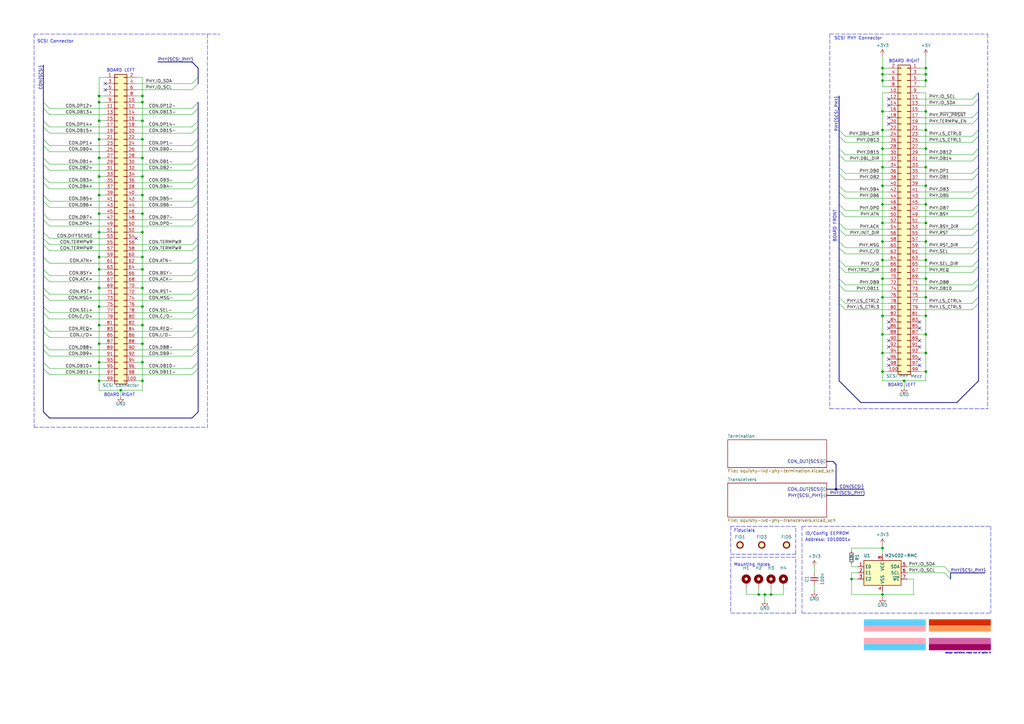
<source format=kicad_sch>
(kicad_sch (version 20231120) (generator "eeschema") (generator_version "8.0")
  (paper "A3")
  (title_block (title "Squishy - LVD PHY - Root") (date "2024-07-15") (rev "1") (company "Shrine Maiden Heavy Industries") (comment 1 "License:  CERN-OHL-S") (comment 2 "© 2024 Aki 'lethalbit' Van Ness, et. al.") (comment 4 "Squishy - SCSI Multitool"))
  (bus_alias "SCSI" (members "DB0+" "DB0-" "DB1+" "DB1-" "DB2+" "DB2-" "DB3+" "DB3-" "DB4+" "DB4-" "DB5+" "DB5-" "DB6+" "DB6-" "DB7+" "DB7-" "DB8+" "DB8-" "DB9+" "DB9-" "DB10+" "DB10-" "DB11+" "DB11-" "DB12+" "DB12-" "DB13+" "DB13-" "DB14+" "DB14-" "DB15+" "DB15-" "DP0+" "DP0-" "DP1+" "DP1-" "ATN+" "ATN-" "BSY+" "BSY-" "ACK+" "ACK-" "RST+" "RST-" "MSG+" "MSG-" "SEL+" "SEL-" "C/D+" "C/D-" "REQ+" "REQ-" "I/O+" "I/O-" "DIFFSENSE" "TERMPWR"))
  (bus_alias "SCSI_PHY" (members "DB[0..15]" "DP[0..1]" "ATN" "BSY" "ACK" "RST" "MSG" "SEL" "C/D" "REQ" "I/O" "ID_SDA" "ID_SCL" "~{PHY_PRSNT}" "TERMPW_EN" "LS_CTRL[0..5]" "DBL_DIR" "DBH_DIR" "INIT_DIR" "TRGT_DIR" "SEL_DIR" "RST_DIR" "BSY_DIR"))
  (junction (at 379.73 144.78))
  (junction (at 361.95 114.3))
  (junction (at 361.95 99.06))
  (junction (at 40.64 87.63))
  (junction (at 40.64 41.91))
  (junction (at 349.25 237.49))
  (junction (at 379.73 106.68))
  (junction (at 379.73 99.06))
  (junction (at 40.64 133.35))
  (junction (at 361.95 144.78))
  (junction (at 58.42 80.01))
  (junction (at 361.95 106.68))
  (junction (at 361.95 121.92))
  (junction (at 361.95 152.4))
  (junction (at 361.95 30.48))
  (junction (at 379.73 30.48))
  (junction (at 379.73 45.72))
  (junction (at 379.73 27.94))
  (junction (at 361.95 224.79))
  (junction (at 361.95 68.58))
  (junction (at 361.95 53.34))
  (junction (at 58.42 64.77))
  (junction (at 379.73 33.02))
  (junction (at 58.42 118.11))
  (junction (at 361.95 137.16))
  (junction (at 361.95 27.94))
  (junction (at 40.64 110.49))
  (junction (at 40.64 148.59))
  (junction (at 379.73 152.4))
  (junction (at 58.42 41.91))
  (junction (at 58.42 133.35))
  (junction (at 40.64 95.25))
  (junction (at 379.73 137.16))
  (junction (at 361.95 76.2))
  (junction (at 379.73 114.3))
  (junction (at 370.84 156.21))
  (junction (at 361.95 83.82))
  (junction (at 379.73 76.2))
  (junction (at 313.69 243.84))
  (junction (at 58.42 125.73))
  (junction (at 40.64 64.77))
  (junction (at 58.42 87.63))
  (junction (at 40.64 39.37))
  (junction (at 379.73 129.54))
  (junction (at 361.95 33.02))
  (junction (at 311.15 243.84))
  (junction (at 379.73 91.44))
  (junction (at 361.95 60.96))
  (junction (at 40.64 156.21))
  (junction (at 58.42 140.97))
  (junction (at 58.42 49.53))
  (junction (at 361.95 91.44))
  (junction (at 379.73 83.82))
  (junction (at 58.42 72.39))
  (junction (at 40.64 140.97))
  (junction (at 40.64 72.39))
  (junction (at 361.95 45.72))
  (junction (at 379.73 53.34))
  (junction (at 58.42 39.37))
  (junction (at 58.42 110.49))
  (junction (at 40.64 118.11))
  (junction (at 316.23 243.84))
  (junction (at 40.64 57.15))
  (junction (at 58.42 105.41))
  (junction (at 361.95 243.84))
  (junction (at 58.42 57.15))
  (junction (at 58.42 148.59))
  (junction (at 49.53 160.02))
  (junction (at 40.64 80.01))
  (junction (at 361.95 129.54))
  (junction (at 40.64 125.73))
  (junction (at 379.73 60.96))
  (junction (at 58.42 156.21))
  (junction (at 379.73 68.58))
  (junction (at 58.42 95.25))
  (junction (at 342.9 200.66))
  (junction (at 40.64 49.53))
  (junction (at 40.64 105.41))
  (junction (at 379.73 121.92))
  (no_connect (at 377.19 134.62))
  (no_connect (at 364.49 139.7))
  (no_connect (at 55.88 97.79))
  (no_connect (at 364.49 147.32))
  (no_connect (at 364.49 134.62))
  (no_connect (at 377.19 147.32))
  (no_connect (at 43.18 34.29))
  (no_connect (at 364.49 40.64))
  (no_connect (at 364.49 132.08))
  (no_connect (at 377.19 139.7))
  (no_connect (at 364.49 149.86))
  (no_connect (at 364.49 142.24))
  (no_connect (at 377.19 142.24))
  (no_connect (at 377.19 149.86))
  (no_connect (at 364.49 48.26))
  (no_connect (at 377.19 132.08))
  (no_connect (at 364.49 50.8))
  (no_connect (at 364.49 43.18))
  (no_connect (at 43.18 36.83))
  (bus_entry (at 401.32 76.2) (size -2.54 2.54))
  (bus_entry (at 401.32 45.72) (size -2.54 2.54))
  (bus_entry (at 17.78 44.45) (size 2.54 2.54))
  (bus_entry (at 81.28 82.55) (size -2.54 2.54))
  (bus_entry (at 401.32 53.34) (size -2.54 2.54))
  (bus_entry (at 401.32 60.96) (size -2.54 2.54))
  (bus_entry (at 17.78 135.89) (size 2.54 2.54))
  (bus_entry (at 81.28 80.01) (size -2.54 2.54))
  (bus_entry (at 17.78 74.93) (size 2.54 2.54))
  (bus_entry (at 81.28 100.33) (size -2.54 2.54))
  (bus_entry (at 81.28 64.77) (size -2.54 2.54))
  (bus_entry (at 81.28 135.89) (size -2.54 2.54))
  (bus_entry (at 17.78 95.25) (size 2.54 2.54))
  (bus_entry (at 401.32 116.84) (size -2.54 2.54))
  (bus_entry (at 389.89 234.95) (size -2.54 -2.54))
  (bus_entry (at 344.17 71.12) (size 2.54 2.54))
  (bus_entry (at 81.28 97.79) (size -2.54 2.54))
  (bus_entry (at 344.17 86.36) (size 2.54 2.54))
  (bus_entry (at 81.28 128.27) (size -2.54 2.54))
  (bus_entry (at 81.28 118.11) (size -2.54 2.54))
  (bus_entry (at 344.17 93.98) (size 2.54 2.54))
  (bus_entry (at 17.78 125.73) (size 2.54 2.54))
  (bus_entry (at 81.28 110.49) (size -2.54 2.54))
  (bus_entry (at 401.32 40.64) (size -2.54 2.54))
  (bus_entry (at 344.17 101.6) (size 2.54 2.54))
  (bus_entry (at 81.28 143.51) (size -2.54 2.54))
  (bus_entry (at 344.17 124.46) (size 2.54 2.54))
  (bus_entry (at 344.17 63.5) (size 2.54 2.54))
  (bus_entry (at 17.78 140.97) (size 2.54 2.54))
  (bus_entry (at 17.78 49.53) (size 2.54 2.54))
  (bus_entry (at 344.17 109.22) (size 2.54 2.54))
  (bus_entry (at 81.28 125.73) (size -2.54 2.54))
  (bus_entry (at 401.32 91.44) (size -2.54 2.54))
  (bus_entry (at 17.78 118.11) (size 2.54 2.54))
  (bus_entry (at 17.78 64.77) (size 2.54 2.54))
  (bus_entry (at 81.28 52.07) (size -2.54 2.54))
  (bus_entry (at 81.28 74.93) (size -2.54 2.54))
  (bus_entry (at 401.32 106.68) (size -2.54 2.54))
  (bus_entry (at 401.32 99.06) (size -2.54 2.54))
  (bus_entry (at 81.28 90.17) (size -2.54 2.54))
  (bus_entry (at 401.32 124.46) (size -2.54 2.54))
  (bus_entry (at 17.78 87.63) (size 2.54 2.54))
  (bus_entry (at 81.28 87.63) (size -2.54 2.54))
  (bus_entry (at 17.78 82.55) (size 2.54 2.54))
  (bus_entry (at 401.32 78.74) (size -2.54 2.54))
  (bus_entry (at 401.32 38.1) (size -2.54 2.54))
  (bus_entry (at 17.78 148.59) (size 2.54 2.54))
  (bus_entry (at 17.78 57.15) (size 2.54 2.54))
  (bus_entry (at 17.78 59.69) (size 2.54 2.54))
  (bus_entry (at 344.17 55.88) (size 2.54 2.54))
  (bus_entry (at 81.28 44.45) (size -2.54 2.54))
  (bus_entry (at 344.17 116.84) (size 2.54 2.54))
  (bus_entry (at 344.17 91.44) (size 2.54 2.54))
  (bus_entry (at 389.89 237.49) (size -2.54 -2.54))
  (bus_entry (at 17.78 90.17) (size 2.54 2.54))
  (bus_entry (at 401.32 83.82) (size -2.54 2.54))
  (bus_entry (at 401.32 109.22) (size -2.54 2.54))
  (bus_entry (at 81.28 59.69) (size -2.54 2.54))
  (bus_entry (at 344.17 78.74) (size 2.54 2.54))
  (bus_entry (at 17.78 113.03) (size 2.54 2.54))
  (bus_entry (at 17.78 105.41) (size 2.54 2.54))
  (bus_entry (at 81.28 113.03) (size -2.54 2.54))
  (bus_entry (at 17.78 52.07) (size 2.54 2.54))
  (bus_entry (at 17.78 110.49) (size 2.54 2.54))
  (bus_entry (at 17.78 72.39) (size 2.54 2.54))
  (bus_entry (at 81.28 120.65) (size -2.54 2.54))
  (bus_entry (at 81.28 34.29) (size -2.54 2.54))
  (bus_entry (at 81.28 57.15) (size -2.54 2.54))
  (bus_entry (at 17.78 80.01) (size 2.54 2.54))
  (bus_entry (at 344.17 121.92) (size 2.54 2.54))
  (bus_entry (at 17.78 41.91) (size 2.54 2.54))
  (bus_entry (at 81.28 41.91) (size -2.54 2.54))
  (bus_entry (at 344.17 114.3) (size 2.54 2.54))
  (bus_entry (at 17.78 151.13) (size 2.54 2.54))
  (bus_entry (at 344.17 60.96) (size 2.54 2.54))
  (bus_entry (at 401.32 63.5) (size -2.54 2.54))
  (bus_entry (at 401.32 86.36) (size -2.54 2.54))
  (bus_entry (at 81.28 31.75) (size -2.54 2.54))
  (bus_entry (at 81.28 151.13) (size -2.54 2.54))
  (bus_entry (at 81.28 72.39) (size -2.54 2.54))
  (bus_entry (at 81.28 148.59) (size -2.54 2.54))
  (bus_entry (at 17.78 97.79) (size 2.54 2.54))
  (bus_entry (at 401.32 101.6) (size -2.54 2.54))
  (bus_entry (at 17.78 100.33) (size 2.54 2.54))
  (bus_entry (at 81.28 49.53) (size -2.54 2.54))
  (bus_entry (at 401.32 93.98) (size -2.54 2.54))
  (bus_entry (at 344.17 76.2) (size 2.54 2.54))
  (bus_entry (at 401.32 121.92) (size -2.54 2.54))
  (bus_entry (at 344.17 99.06) (size 2.54 2.54))
  (bus_entry (at 17.78 120.65) (size 2.54 2.54))
  (bus_entry (at 17.78 67.31) (size 2.54 2.54))
  (bus_entry (at 17.78 128.27) (size 2.54 2.54))
  (bus_entry (at 17.78 133.35) (size 2.54 2.54))
  (bus_entry (at 401.32 114.3) (size -2.54 2.54))
  (bus_entry (at 81.28 105.41) (size -2.54 2.54))
  (bus_entry (at 344.17 106.68) (size 2.54 2.54))
  (bus_entry (at 344.17 83.82) (size 2.54 2.54))
  (bus_entry (at 81.28 67.31) (size -2.54 2.54))
  (bus_entry (at 81.28 140.97) (size -2.54 2.54))
  (bus_entry (at 401.32 48.26) (size -2.54 2.54))
  (bus_entry (at 17.78 143.51) (size 2.54 2.54))
  (bus_entry (at 344.17 68.58) (size 2.54 2.54))
  (bus_entry (at 401.32 68.58) (size -2.54 2.54))
  (bus_entry (at 401.32 71.12) (size -2.54 2.54))
  (bus_entry (at 344.17 53.34) (size 2.54 2.54))
  (bus_entry (at 81.28 133.35) (size -2.54 2.54))
  (bus_entry (at 401.32 55.88) (size -2.54 2.54))
  (wire (pts (xy 377.19 43.18) (xy 398.78 43.18)))
  (wire (pts (xy 361.95 156.21) (xy 370.84 156.21)))
  (wire (pts (xy 20.32 92.71) (xy 43.18 92.71)))
  (wire (pts (xy 20.32 67.31) (xy 43.18 67.31)))
  (wire (pts (xy 346.71 71.12) (xy 364.49 71.12)))
  (wire (pts (xy 361.95 99.06) (xy 364.49 99.06)))
  (wire (pts (xy 20.32 146.05) (xy 43.18 146.05)))
  (wire (pts (xy 55.88 156.21) (xy 58.42 156.21)))
  (bus (pts (xy 401.32 60.96) (xy 401.32 63.5)))
  (wire (pts (xy 20.32 97.79) (xy 43.18 97.79)))
  (wire (pts (xy 377.19 109.22) (xy 398.78 109.22)))
  (wire (pts (xy 55.88 31.75) (xy 58.42 31.75)))
  (wire (pts (xy 379.73 106.68) (xy 379.73 114.3)))
  (wire (pts (xy 78.74 115.57) (xy 55.88 115.57)))
  (wire (pts (xy 377.19 129.54) (xy 379.73 129.54)))
  (bus (pts (xy 344.17 101.6) (xy 344.17 106.68)))
  (wire (pts (xy 346.71 58.42) (xy 364.49 58.42)))
  (wire (pts (xy 78.74 102.87) (xy 55.88 102.87)))
  (wire (pts (xy 377.19 114.3) (xy 379.73 114.3)))
  (wire (pts (xy 55.88 57.15) (xy 58.42 57.15)))
  (bus (pts (xy 81.28 120.65) (xy 81.28 125.73)))
  (wire (pts (xy 377.19 81.28) (xy 398.78 81.28)))
  (wire (pts (xy 20.32 123.19) (xy 43.18 123.19)))
  (wire (pts (xy 58.42 87.63) (xy 58.42 95.25)))
  (bus (pts (xy 81.28 82.55) (xy 81.28 87.63)))
  (wire (pts (xy 78.74 74.93) (xy 55.88 74.93)))
  (polyline (pts (xy 299.72 228.6) (xy 299.72 251.46)) (stroke (width 0) (type dash)))
  (bus (pts (xy 17.78 95.25) (xy 17.78 97.79)))
  (wire (pts (xy 349.25 231.14) (xy 349.25 232.41)))
  (wire (pts (xy 379.73 99.06) (xy 379.73 106.68)))
  (bus (pts (xy 81.28 97.79) (xy 81.28 100.33)))
  (wire (pts (xy 361.95 68.58) (xy 364.49 68.58)))
  (bus (pts (xy 401.32 121.92) (xy 401.32 124.46)))
  (wire (pts (xy 361.95 152.4) (xy 364.49 152.4)))
  (bus (pts (xy 339.09 189.23) (xy 341.63 189.23)))
  (wire (pts (xy 20.32 62.23) (xy 43.18 62.23)))
  (bus (pts (xy 401.32 109.22) (xy 401.32 114.3)))
  (wire (pts (xy 377.19 78.74) (xy 398.78 78.74)))
  (bus (pts (xy 344.17 91.44) (xy 344.17 93.98)))
  (bus (pts (xy 401.32 86.36) (xy 401.32 91.44)))
  (wire (pts (xy 374.65 237.49) (xy 374.65 243.84)))
  (wire (pts (xy 379.73 30.48) (xy 379.73 33.02)))
  (wire (pts (xy 377.19 76.2) (xy 379.73 76.2)))
  (wire (pts (xy 55.88 110.49) (xy 58.42 110.49)))
  (bus (pts (xy 401.32 68.58) (xy 401.32 71.12)))
  (bus (pts (xy 344.17 68.58) (xy 344.17 71.12)))
  (wire (pts (xy 49.53 160.02) (xy 49.53 162.56)))
  (wire (pts (xy 55.88 41.91) (xy 58.42 41.91)))
  (wire (pts (xy 78.74 113.03) (xy 55.88 113.03)))
  (wire (pts (xy 377.19 116.84) (xy 398.78 116.84)))
  (wire (pts (xy 78.74 153.67) (xy 55.88 153.67)))
  (wire (pts (xy 78.74 62.23) (xy 55.88 62.23)))
  (bus (pts (xy 344.17 116.84) (xy 344.17 121.92)))
  (wire (pts (xy 346.71 96.52) (xy 364.49 96.52)))
  (wire (pts (xy 361.95 27.94) (xy 361.95 30.48)))
  (wire (pts (xy 43.18 57.15) (xy 40.64 57.15)))
  (wire (pts (xy 361.95 121.92) (xy 361.95 129.54)))
  (bus (pts (xy 81.28 100.33) (xy 81.28 105.41)))
  (bus (pts (xy 20.32 171.45) (xy 78.74 171.45)))
  (wire (pts (xy 377.19 101.6) (xy 398.78 101.6)))
  (wire (pts (xy 361.95 27.94) (xy 361.95 22.86)))
  (bus (pts (xy 17.78 133.35) (xy 17.78 135.89)))
  (wire (pts (xy 361.95 60.96) (xy 361.95 68.58)))
  (bus (pts (xy 81.28 118.11) (xy 81.28 120.65)))
  (wire (pts (xy 40.64 64.77) (xy 40.64 72.39)))
  (wire (pts (xy 379.73 114.3) (xy 379.73 121.92)))
  (wire (pts (xy 377.19 96.52) (xy 398.78 96.52)))
  (wire (pts (xy 20.32 69.85) (xy 43.18 69.85)))
  (wire (pts (xy 58.42 41.91) (xy 58.42 49.53)))
  (wire (pts (xy 364.49 33.02) (xy 361.95 33.02)))
  (wire (pts (xy 78.74 67.31) (xy 55.88 67.31)))
  (bus (pts (xy 17.78 120.65) (xy 17.78 125.73)))
  (bus (pts (xy 81.28 128.27) (xy 81.28 133.35)))
  (wire (pts (xy 40.64 49.53) (xy 40.64 57.15)))
  (bus (pts (xy 81.28 64.77) (xy 81.28 67.31)))
  (bus (pts (xy 401.32 40.64) (xy 401.32 45.72)))
  (wire (pts (xy 40.64 160.02) (xy 49.53 160.02)))
  (wire (pts (xy 20.32 77.47) (xy 43.18 77.47)))
  (wire (pts (xy 40.64 72.39) (xy 40.64 80.01)))
  (bus (pts (xy 81.28 59.69) (xy 81.28 64.77)))
  (wire (pts (xy 379.73 144.78) (xy 379.73 152.4)))
  (wire (pts (xy 364.49 30.48) (xy 361.95 30.48)))
  (bus (pts (xy 81.28 49.53) (xy 81.28 52.07)))
  (wire (pts (xy 377.19 99.06) (xy 379.73 99.06)))
  (bus (pts (xy 344.17 83.82) (xy 344.17 86.36)))
  (wire (pts (xy 58.42 80.01) (xy 58.42 87.63)))
  (bus (pts (xy 401.32 93.98) (xy 401.32 99.06)))
  (wire (pts (xy 43.18 95.25) (xy 40.64 95.25)))
  (wire (pts (xy 377.19 124.46) (xy 398.78 124.46)))
  (bus (pts (xy 401.32 71.12) (xy 401.32 76.2)))
  (bus (pts (xy 17.78 105.41) (xy 17.78 110.49)))
  (bus (pts (xy 81.28 27.94) (xy 81.28 31.75)))
  (bus (pts (xy 344.17 106.68) (xy 344.17 109.22)))
  (wire (pts (xy 349.25 237.49) (xy 349.25 243.84)))
  (wire (pts (xy 78.74 77.47) (xy 55.88 77.47)))
  (wire (pts (xy 78.74 85.09) (xy 55.88 85.09)))
  (wire (pts (xy 40.64 41.91) (xy 40.64 49.53)))
  (bus (pts (xy 17.78 118.11) (xy 17.78 120.65)))
  (wire (pts (xy 377.19 91.44) (xy 379.73 91.44)))
  (bus (pts (xy 401.32 63.5) (xy 401.32 68.58)))
  (wire (pts (xy 377.19 53.34) (xy 379.73 53.34)))
  (wire (pts (xy 78.74 90.17) (xy 55.88 90.17)))
  (bus (pts (xy 17.78 110.49) (xy 17.78 113.03)))
  (wire (pts (xy 313.69 243.84) (xy 316.23 243.84)))
  (wire (pts (xy 55.88 87.63) (xy 58.42 87.63)))
  (wire (pts (xy 55.88 125.73) (xy 58.42 125.73)))
  (polyline (pts (xy 340.36 13.97) (xy 340.36 167.64)) (stroke (width 0) (type dash)))
  (wire (pts (xy 361.95 38.1) (xy 361.95 45.72)))
  (wire (pts (xy 346.71 55.88) (xy 364.49 55.88)))
  (bus (pts (xy 81.28 31.75) (xy 81.28 34.29)))
  (wire (pts (xy 377.19 38.1) (xy 379.73 38.1)))
  (wire (pts (xy 316.23 241.3) (xy 316.23 243.84)))
  (wire (pts (xy 377.19 35.56) (xy 379.73 35.56)))
  (wire (pts (xy 349.25 232.41) (xy 351.79 232.41)))
  (bus (pts (xy 344.17 55.88) (xy 344.17 60.96)))
  (bus (pts (xy 354.33 200.66) (xy 342.9 200.66)))
  (wire (pts (xy 55.88 72.39) (xy 58.42 72.39)))
  (wire (pts (xy 377.19 45.72) (xy 379.73 45.72)))
  (bus (pts (xy 389.89 234.95) (xy 403.86 234.95)))
  (wire (pts (xy 58.42 49.53) (xy 58.42 57.15)))
  (wire (pts (xy 364.49 27.94) (xy 361.95 27.94)))
  (wire (pts (xy 43.18 64.77) (xy 40.64 64.77)))
  (bus (pts (xy 17.78 135.89) (xy 17.78 140.97)))
  (bus (pts (xy 344.17 78.74) (xy 344.17 83.82)))
  (wire (pts (xy 78.74 120.65) (xy 55.88 120.65)))
  (wire (pts (xy 58.42 95.25) (xy 58.42 105.41)))
  (polyline (pts (xy 13.97 13.97) (xy 13.97 175.26)) (stroke (width 0) (type dash)))
  (wire (pts (xy 43.18 110.49) (xy 40.64 110.49)))
  (wire (pts (xy 78.74 128.27) (xy 55.88 128.27)))
  (bus (pts (xy 401.32 48.26) (xy 401.32 53.34)))
  (bus (pts (xy 81.28 80.01) (xy 81.28 82.55)))
  (wire (pts (xy 58.42 156.21) (xy 58.42 160.02)))
  (polyline (pts (xy 85.09 13.97) (xy 85.09 175.26)) (stroke (width 0) (type dash)))
  (bus (pts (xy 344.17 99.06) (xy 344.17 101.6)))
  (bus (pts (xy 17.78 49.53) (xy 17.78 52.07)))
  (wire (pts (xy 55.88 118.11) (xy 58.42 118.11)))
  (wire (pts (xy 78.74 46.99) (xy 55.88 46.99)))
  (wire (pts (xy 377.19 88.9) (xy 398.78 88.9)))
  (wire (pts (xy 40.64 110.49) (xy 40.64 118.11)))
  (wire (pts (xy 361.95 83.82) (xy 361.95 91.44)))
  (wire (pts (xy 20.32 128.27) (xy 43.18 128.27)))
  (wire (pts (xy 55.88 36.83) (xy 78.74 36.83)))
  (wire (pts (xy 20.32 113.03) (xy 43.18 113.03)))
  (wire (pts (xy 55.88 105.41) (xy 58.42 105.41)))
  (wire (pts (xy 55.88 39.37) (xy 58.42 39.37)))
  (bus (pts (xy 344.17 114.3) (xy 344.17 116.84)))
  (bus (pts (xy 401.32 116.84) (xy 401.32 121.92)))
  (wire (pts (xy 398.78 50.8) (xy 377.19 50.8)))
  (wire (pts (xy 40.64 133.35) (xy 40.64 140.97)))
  (wire (pts (xy 55.88 80.01) (xy 58.42 80.01)))
  (wire (pts (xy 20.32 85.09) (xy 43.18 85.09)))
  (wire (pts (xy 58.42 140.97) (xy 58.42 148.59)))
  (wire (pts (xy 43.18 72.39) (xy 40.64 72.39)))
  (wire (pts (xy 377.19 48.26) (xy 398.78 48.26)))
  (wire (pts (xy 40.64 31.75) (xy 40.64 39.37)))
  (wire (pts (xy 346.71 104.14) (xy 364.49 104.14)))
  (bus (pts (xy 81.28 67.31) (xy 81.28 72.39)))
  (bus (pts (xy 401.32 55.88) (xy 401.32 60.96)))
  (polyline (pts (xy 326.39 251.46) (xy 326.39 228.6)) (stroke (width 0) (type dash)))
  (wire (pts (xy 361.95 33.02) (xy 361.95 35.56)))
  (bus (pts (xy 401.32 99.06) (xy 401.32 101.6)))
  (wire (pts (xy 379.73 27.94) (xy 379.73 30.48)))
  (wire (pts (xy 361.95 114.3) (xy 361.95 121.92)))
  (wire (pts (xy 361.95 91.44) (xy 361.95 99.06)))
  (wire (pts (xy 43.18 125.73) (xy 40.64 125.73)))
  (polyline (pts (xy 326.39 227.33) (xy 326.39 215.9)) (stroke (width 0) (type dash)))
  (bus (pts (xy 344.17 121.92) (xy 344.17 124.46)))
  (wire (pts (xy 364.49 38.1) (xy 361.95 38.1)))
  (wire (pts (xy 346.71 81.28) (xy 364.49 81.28)))
  (wire (pts (xy 361.95 91.44) (xy 364.49 91.44)))
  (bus (pts (xy 401.32 156.21) (xy 392.43 165.1)))
  (wire (pts (xy 361.95 106.68) (xy 364.49 106.68)))
  (wire (pts (xy 55.88 133.35) (xy 58.42 133.35)))
  (bus (pts (xy 17.78 140.97) (xy 17.78 143.51)))
  (bus (pts (xy 17.78 148.59) (xy 17.78 151.13)))
  (bus (pts (xy 81.28 135.89) (xy 81.28 140.97)))
  (wire (pts (xy 20.32 120.65) (xy 43.18 120.65)))
  (wire (pts (xy 361.95 68.58) (xy 361.95 76.2)))
  (bus (pts (xy 401.32 114.3) (xy 401.32 116.84)))
  (wire (pts (xy 346.71 93.98) (xy 364.49 93.98)))
  (wire (pts (xy 55.88 148.59) (xy 58.42 148.59)))
  (wire (pts (xy 334.01 240.03) (xy 334.01 242.57)))
  (polyline (pts (xy 328.93 251.46) (xy 406.4 251.46)) (stroke (width 0) (type dash)))
  (bus (pts (xy 342.9 190.5) (xy 342.9 200.66)))
  (polyline (pts (xy 13.97 175.26) (xy 85.09 175.26)) (stroke (width 0) (type dash)))
  (wire (pts (xy 346.71 101.6) (xy 364.49 101.6)))
  (bus (pts (xy 17.78 168.91) (xy 20.32 171.45)))
  (wire (pts (xy 377.19 55.88) (xy 398.78 55.88)))
  (polyline (pts (xy 299.72 251.46) (xy 326.39 251.46)) (stroke (width 0) (type dash)))
  (wire (pts (xy 346.71 119.38) (xy 364.49 119.38)))
  (wire (pts (xy 377.19 137.16) (xy 379.73 137.16)))
  (polyline (pts (xy 13.97 13.97) (xy 90.17 13.97)) (stroke (width 0) (type dash)))
  (wire (pts (xy 20.32 153.67) (xy 43.18 153.67)))
  (wire (pts (xy 361.95 53.34) (xy 361.95 60.96)))
  (wire (pts (xy 346.71 63.5) (xy 364.49 63.5)))
  (wire (pts (xy 361.95 76.2) (xy 364.49 76.2)))
  (bus (pts (xy 17.78 64.77) (xy 17.78 67.31)))
  (wire (pts (xy 364.49 124.46) (xy 346.71 124.46)))
  (polyline (pts (xy 328.93 215.9) (xy 406.4 215.9)) (stroke (width 0) (type dash)))
  (wire (pts (xy 43.18 80.01) (xy 40.64 80.01)))
  (wire (pts (xy 20.32 135.89) (xy 43.18 135.89)))
  (wire (pts (xy 349.25 243.84) (xy 361.95 243.84)))
  (wire (pts (xy 78.74 138.43) (xy 55.88 138.43)))
  (bus (pts (xy 17.78 100.33) (xy 17.78 105.41)))
  (bus (pts (xy 17.78 72.39) (xy 17.78 74.93)))
  (bus (pts (xy 341.63 189.23) (xy 342.9 190.5)))
  (wire (pts (xy 370.84 156.21) (xy 379.73 156.21)))
  (wire (pts (xy 20.32 100.33) (xy 43.18 100.33)))
  (polyline (pts (xy 326.39 215.9) (xy 299.72 215.9)) (stroke (width 0) (type dash)))
  (bus (pts (xy 81.28 72.39) (xy 81.28 74.93)))
  (bus (pts (xy 17.78 82.55) (xy 17.78 87.63)))
  (wire (pts (xy 364.49 127) (xy 346.71 127)))
  (bus (pts (xy 17.78 44.45) (xy 17.78 49.53)))
  (bus (pts (xy 17.78 90.17) (xy 17.78 95.25)))
  (wire (pts (xy 377.19 73.66) (xy 398.78 73.66)))
  (bus (pts (xy 17.78 52.07) (xy 17.78 57.15)))
  (bus (pts (xy 389.89 234.95) (xy 389.89 237.49)))
  (wire (pts (xy 364.49 137.16) (xy 361.95 137.16)))
  (bus (pts (xy 81.28 87.63) (xy 81.28 90.17)))
  (wire (pts (xy 55.88 34.29) (xy 78.74 34.29)))
  (bus (pts (xy 17.78 97.79) (xy 17.78 100.33)))
  (wire (pts (xy 40.64 80.01) (xy 40.64 87.63)))
  (bus (pts (xy 81.28 41.91) (xy 81.28 44.45)))
  (bus (pts (xy 17.78 87.63) (xy 17.78 90.17)))
  (bus (pts (xy 78.74 171.45) (xy 81.28 168.91)))
  (bus (pts (xy 81.28 57.15) (xy 81.28 59.69)))
  (bus (pts (xy 344.17 109.22) (xy 344.17 114.3)))
  (wire (pts (xy 377.19 104.14) (xy 398.78 104.14)))
  (bus (pts (xy 17.78 113.03) (xy 17.78 118.11)))
  (wire (pts (xy 78.74 92.71) (xy 55.88 92.71)))
  (wire (pts (xy 377.19 30.48) (xy 379.73 30.48)))
  (wire (pts (xy 58.42 57.15) (xy 58.42 64.77)))
  (bus (pts (xy 344.17 86.36) (xy 344.17 91.44)))
  (wire (pts (xy 346.71 116.84) (xy 364.49 116.84)))
  (wire (pts (xy 55.88 140.97) (xy 58.42 140.97)))
  (bus (pts (xy 401.32 53.34) (xy 401.32 55.88)))
  (bus (pts (xy 78.74 25.4) (xy 81.28 27.94)))
  (wire (pts (xy 58.42 31.75) (xy 58.42 39.37)))
  (bus (pts (xy 81.28 90.17) (xy 81.28 97.79)))
  (bus (pts (xy 344.17 60.96) (xy 344.17 63.5)))
  (bus (pts (xy 353.06 165.1) (xy 392.43 165.1)))
  (wire (pts (xy 20.32 138.43) (xy 43.18 138.43)))
  (wire (pts (xy 377.19 68.58) (xy 379.73 68.58)))
  (wire (pts (xy 20.32 82.55) (xy 43.18 82.55)))
  (wire (pts (xy 58.42 118.11) (xy 58.42 125.73)))
  (wire (pts (xy 40.64 118.11) (xy 40.64 125.73)))
  (wire (pts (xy 377.19 121.92) (xy 379.73 121.92)))
  (wire (pts (xy 40.64 156.21) (xy 40.64 160.02)))
  (wire (pts (xy 361.95 242.57) (xy 361.95 243.84)))
  (wire (pts (xy 20.32 115.57) (xy 43.18 115.57)))
  (wire (pts (xy 55.88 95.25) (xy 58.42 95.25)))
  (polyline (pts (xy 299.72 227.33) (xy 326.39 227.33)) (stroke (width 0) (type dash)))
  (bus (pts (xy 17.78 41.91) (xy 17.78 44.45)))
  (wire (pts (xy 361.95 76.2) (xy 361.95 83.82)))
  (wire (pts (xy 364.49 144.78) (xy 361.95 144.78)))
  (wire (pts (xy 311.15 241.3) (xy 311.15 243.84)))
  (wire (pts (xy 78.74 59.69) (xy 55.88 59.69)))
  (wire (pts (xy 78.74 146.05) (xy 55.88 146.05)))
  (wire (pts (xy 306.07 241.3) (xy 306.07 243.84)))
  (wire (pts (xy 78.74 130.81) (xy 55.88 130.81)))
  (wire (pts (xy 78.74 151.13) (xy 55.88 151.13)))
  (bus (pts (xy 81.28 125.73) (xy 81.28 128.27)))
  (wire (pts (xy 311.15 243.84) (xy 313.69 243.84)))
  (wire (pts (xy 40.64 148.59) (xy 40.64 156.21)))
  (wire (pts (xy 321.31 241.3) (xy 321.31 243.84)))
  (wire (pts (xy 361.95 137.16) (xy 361.95 144.78)))
  (wire (pts (xy 346.71 66.04) (xy 364.49 66.04)))
  (wire (pts (xy 58.42 148.59) (xy 58.42 156.21)))
  (wire (pts (xy 361.95 83.82) (xy 364.49 83.82)))
  (bus (pts (xy 344.17 63.5) (xy 344.17 68.58)))
  (wire (pts (xy 379.73 129.54) (xy 379.73 137.16)))
  (wire (pts (xy 349.25 224.79) (xy 349.25 226.06)))
  (wire (pts (xy 43.18 87.63) (xy 40.64 87.63)))
  (wire (pts (xy 379.73 137.16) (xy 379.73 144.78)))
  (wire (pts (xy 377.19 40.64) (xy 398.78 40.64)))
  (wire (pts (xy 361.95 223.52) (xy 361.95 224.79)))
  (wire (pts (xy 40.64 140.97) (xy 40.64 148.59)))
  (wire (pts (xy 361.95 60.96) (xy 364.49 60.96)))
  (wire (pts (xy 78.74 69.85) (xy 55.88 69.85)))
  (wire (pts (xy 377.19 111.76) (xy 398.78 111.76)))
  (wire (pts (xy 20.32 54.61) (xy 43.18 54.61)))
  (wire (pts (xy 364.49 129.54) (xy 361.95 129.54)))
  (wire (pts (xy 346.71 73.66) (xy 364.49 73.66)))
  (bus (pts (xy 81.28 110.49) (xy 81.28 113.03)))
  (bus (pts (xy 344.17 71.12) (xy 344.17 76.2)))
  (bus (pts (xy 344.17 156.21) (xy 353.06 165.1)))
  (wire (pts (xy 377.19 63.5) (xy 398.78 63.5)))
  (wire (pts (xy 58.42 39.37) (xy 58.42 41.91)))
  (wire (pts (xy 372.11 234.95) (xy 387.35 234.95)))
  (wire (pts (xy 78.74 123.19) (xy 55.88 123.19)))
  (bus (pts (xy 401.32 45.72) (xy 401.32 48.26)))
  (wire (pts (xy 349.25 234.95) (xy 349.25 237.49)))
  (bus (pts (xy 81.28 151.13) (xy 81.28 168.91)))
  (wire (pts (xy 370.84 156.21) (xy 370.84 158.75)))
  (wire (pts (xy 346.71 78.74) (xy 364.49 78.74)))
  (wire (pts (xy 20.32 90.17) (xy 43.18 90.17)))
  (wire (pts (xy 20.32 74.93) (xy 43.18 74.93)))
  (bus (pts (xy 344.17 39.37) (xy 344.17 53.34)))
  (wire (pts (xy 379.73 121.92) (xy 379.73 129.54)))
  (wire (pts (xy 43.18 31.75) (xy 40.64 31.75)))
  (wire (pts (xy 379.73 53.34) (xy 379.73 60.96)))
  (wire (pts (xy 377.19 106.68) (xy 379.73 106.68)))
  (wire (pts (xy 377.19 33.02) (xy 379.73 33.02)))
  (wire (pts (xy 58.42 72.39) (xy 58.42 80.01)))
  (wire (pts (xy 40.64 105.41) (xy 43.18 105.41)))
  (wire (pts (xy 78.74 143.51) (xy 55.88 143.51)))
  (wire (pts (xy 313.69 243.84) (xy 313.69 246.38)))
  (wire (pts (xy 40.64 125.73) (xy 40.64 133.35)))
  (wire (pts (xy 40.64 156.21) (xy 43.18 156.21)))
  (bus (pts (xy 17.78 125.73) (xy 17.78 128.27)))
  (wire (pts (xy 306.07 243.84) (xy 311.15 243.84)))
  (bus (pts (xy 81.28 44.45) (xy 81.28 49.53)))
  (wire (pts (xy 349.25 234.95) (xy 351.79 234.95)))
  (wire (pts (xy 346.71 88.9) (xy 364.49 88.9)))
  (bus (pts (xy 17.78 57.15) (xy 17.78 59.69)))
  (bus (pts (xy 344.17 53.34) (xy 344.17 55.88)))
  (polyline (pts (xy 340.36 13.97) (xy 405.13 13.97)) (stroke (width 0) (type dash)))
  (wire (pts (xy 346.71 109.22) (xy 364.49 109.22)))
  (wire (pts (xy 43.18 118.11) (xy 40.64 118.11)))
  (bus (pts (xy 344.17 76.2) (xy 344.17 78.74)))
  (wire (pts (xy 346.71 86.36) (xy 364.49 86.36)))
  (wire (pts (xy 379.73 27.94) (xy 379.73 22.86)))
  (bus (pts (xy 81.28 133.35) (xy 81.28 135.89)))
  (wire (pts (xy 78.74 44.45) (xy 55.88 44.45)))
  (wire (pts (xy 20.32 102.87) (xy 43.18 102.87)))
  (wire (pts (xy 377.19 93.98) (xy 398.78 93.98)))
  (wire (pts (xy 349.25 237.49) (xy 351.79 237.49)))
  (wire (pts (xy 78.74 100.33) (xy 55.88 100.33)))
  (wire (pts (xy 364.49 45.72) (xy 361.95 45.72)))
  (bus (pts (xy 17.78 26.67) (xy 17.78 41.91)))
  (wire (pts (xy 377.19 66.04) (xy 398.78 66.04)))
  (wire (pts (xy 379.73 68.58) (xy 379.73 76.2)))
  (bus (pts (xy 344.17 124.46) (xy 344.17 156.21)))
  (bus (pts (xy 401.32 91.44) (xy 401.32 93.98)))
  (wire (pts (xy 364.49 53.34) (xy 361.95 53.34)))
  (wire (pts (xy 379.73 60.96) (xy 379.73 68.58)))
  (bus (pts (xy 342.9 200.66) (xy 339.09 200.66)))
  (wire (pts (xy 20.32 46.99) (xy 43.18 46.99)))
  (wire (pts (xy 43.18 41.91) (xy 40.64 41.91)))
  (bus (pts (xy 401.32 106.68) (xy 401.32 109.22)))
  (wire (pts (xy 379.73 83.82) (xy 379.73 91.44)))
  (bus (pts (xy 17.78 67.31) (xy 17.78 72.39)))
  (wire (pts (xy 377.19 27.94) (xy 379.73 27.94)))
  (wire (pts (xy 20.32 143.51) (xy 43.18 143.51)))
  (wire (pts (xy 361.95 243.84) (xy 374.65 243.84)))
  (wire (pts (xy 58.42 133.35) (xy 58.42 140.97)))
  (wire (pts (xy 361.95 243.84) (xy 361.95 245.11)))
  (wire (pts (xy 40.64 148.59) (xy 43.18 148.59)))
  (wire (pts (xy 377.19 86.36) (xy 398.78 86.36)))
  (bus (pts (xy 17.78 74.93) (xy 17.78 80.01)))
  (wire (pts (xy 379.73 76.2) (xy 379.73 83.82)))
  (bus (pts (xy 81.28 148.59) (xy 81.28 151.13)))
  (wire (pts (xy 377.19 60.96) (xy 379.73 60.96)))
  (bus (pts (xy 17.78 151.13) (xy 17.78 168.91)))
  (wire (pts (xy 349.25 224.79) (xy 361.95 224.79)))
  (bus (pts (xy 81.28 52.07) (xy 81.28 57.15)))
  (wire (pts (xy 40.64 105.41) (xy 40.64 110.49)))
  (polyline (pts (xy 328.93 215.9) (xy 328.93 251.46)) (stroke (width 0) (type dash)))
  (bus (pts (xy 401.32 124.46) (xy 401.32 156.21)))
  (wire (pts (xy 377.19 127) (xy 398.78 127)))
  (wire (pts (xy 377.19 71.12) (xy 398.78 71.12)))
  (wire (pts (xy 20.32 44.45) (xy 43.18 44.45)))
  (wire (pts (xy 40.64 39.37) (xy 40.64 41.91)))
  (wire (pts (xy 58.42 110.49) (xy 58.42 118.11)))
  (wire (pts (xy 377.19 58.42) (xy 398.78 58.42)))
  (wire (pts (xy 346.71 111.76) (xy 364.49 111.76)))
  (bus (pts (xy 17.78 80.01) (xy 17.78 82.55)))
  (wire (pts (xy 361.95 45.72) (xy 361.95 53.34)))
  (wire (pts (xy 361.95 152.4) (xy 361.95 156.21)))
  (polyline (pts (xy 406.4 215.9) (xy 406.4 251.46)) (stroke (width 0) (type dash)))
  (wire (pts (xy 364.49 121.92) (xy 361.95 121.92)))
  (wire (pts (xy 58.42 64.77) (xy 58.42 72.39)))
  (bus (pts (xy 401.32 76.2) (xy 401.32 78.74)))
  (wire (pts (xy 55.88 49.53) (xy 58.42 49.53)))
  (wire (pts (xy 40.64 95.25) (xy 40.64 105.41)))
  (wire (pts (xy 372.11 232.41) (xy 387.35 232.41)))
  (wire (pts (xy 43.18 49.53) (xy 40.64 49.53)))
  (wire (pts (xy 361.95 144.78) (xy 361.95 152.4)))
  (wire (pts (xy 40.64 39.37) (xy 43.18 39.37)))
  (bus (pts (xy 401.32 101.6) (xy 401.32 106.68)))
  (wire (pts (xy 78.74 107.95) (xy 55.88 107.95)))
  (wire (pts (xy 316.23 243.84) (xy 321.31 243.84)))
  (polyline (pts (xy 405.13 13.97) (xy 405.13 167.64)) (stroke (width 0) (type dash)))
  (wire (pts (xy 78.74 54.61) (xy 55.88 54.61)))
  (wire (pts (xy 379.73 152.4) (xy 379.73 156.21)))
  (wire (pts (xy 361.95 99.06) (xy 361.95 106.68)))
  (bus (pts (xy 344.17 93.98) (xy 344.17 99.06)))
  (wire (pts (xy 361.95 114.3) (xy 364.49 114.3)))
  (bus (pts (xy 81.28 74.93) (xy 81.28 80.01)))
  (wire (pts (xy 20.32 59.69) (xy 43.18 59.69)))
  (bus (pts (xy 81.28 140.97) (xy 81.28 143.51)))
  (bus (pts (xy 81.28 143.51) (xy 81.28 148.59)))
  (wire (pts (xy 43.18 133.35) (xy 40.64 133.35)))
  (wire (pts (xy 20.32 107.95) (xy 43.18 107.95)))
  (wire (pts (xy 20.32 52.07) (xy 43.18 52.07)))
  (wire (pts (xy 379.73 33.02) (xy 379.73 35.56)))
  (wire (pts (xy 20.32 151.13) (xy 43.18 151.13)))
  (bus (pts (xy 401.32 83.82) (xy 401.32 86.36)))
  (bus (pts (xy 64.77 25.4) (xy 78.74 25.4)))
  (wire (pts (xy 40.64 87.63) (xy 40.64 95.25)))
  (wire (pts (xy 379.73 38.1) (xy 379.73 45.72)))
  (wire (pts (xy 372.11 237.49) (xy 374.65 237.49)))
  (wire (pts (xy 78.74 82.55) (xy 55.88 82.55)))
  (wire (pts (xy 361.95 106.68) (xy 361.95 114.3)))
  (wire (pts (xy 20.32 130.81) (xy 43.18 130.81)))
  (wire (pts (xy 43.18 140.97) (xy 40.64 140.97)))
  (polyline (pts (xy 299.72 215.9) (xy 299.72 227.33)) (stroke (width 0) (type dash)))
  (wire (pts (xy 364.49 35.56) (xy 361.95 35.56)))
  (polyline (pts (xy 340.36 167.64) (xy 405.13 167.64)) (stroke (width 0) (type dash)))
  (wire (pts (xy 379.73 91.44) (xy 379.73 99.06)))
  (bus (pts (xy 17.78 143.51) (xy 17.78 148.59)))
  (wire (pts (xy 377.19 144.78) (xy 379.73 144.78)))
  (wire (pts (xy 40.64 57.15) (xy 40.64 64.77)))
  (wire (pts (xy 334.01 234.95) (xy 334.01 232.41)))
  (wire (pts (xy 78.74 135.89) (xy 55.88 135.89)))
  (wire (pts (xy 361.95 129.54) (xy 361.95 137.16)))
  (wire (pts (xy 377.19 119.38) (xy 398.78 119.38)))
  (bus (pts (xy 401.32 38.1) (xy 401.32 40.64)))
  (bus (pts (xy 81.28 113.03) (xy 81.28 118.11)))
  (wire (pts (xy 361.95 30.48) (xy 361.95 33.02)))
  (wire (pts (xy 58.42 125.73) (xy 58.42 133.35)))
  (wire (pts (xy 49.53 160.02) (xy 58.42 160.02)))
  (bus (pts (xy 339.09 203.2) (xy 354.33 203.2)))
  (bus (pts (xy 17.78 128.27) (xy 17.78 133.35)))
  (wire (pts (xy 377.19 83.82) (xy 379.73 83.82)))
  (wire (pts (xy 379.73 45.72) (xy 379.73 53.34)))
  (wire (pts (xy 377.19 152.4) (xy 379.73 152.4)))
  (wire (pts (xy 55.88 64.77) (xy 58.42 64.77)))
  (wire (pts (xy 361.95 224.79) (xy 361.95 227.33)))
  (wire (pts (xy 78.74 52.07) (xy 55.88 52.07)))
  (polyline (pts (xy 326.39 228.6) (xy 299.72 228.6)) (stroke (width 0) (type dash)))
  (bus (pts (xy 401.32 78.74) (xy 401.32 83.82)))
  (bus (pts (xy 81.28 105.41) (xy 81.28 110.49)))
  (wire (pts (xy 58.42 105.41) (xy 58.42 110.49)))
  (bus (pts (xy 17.78 59.69) (xy 17.78 64.77)))
  (text "BOARD FRONT" (at 342.392 92.71 90) (effects (font (size 1.27 1.27))))
  (text "Address: 1010001x" (at 330.2 221.488 0) (effects (font (size 1.27 1.27)) (justify left)))
  (text "Mounting Holes\n" (at 300.99 232.41 0) (effects (font (size 1.27 1.27)) (justify left bottom)))
  (text "BOARD LEFT" (at 369.824 157.988 0) (effects (font (size 1.27 1.27))))
  (text "BOARD RIGHT" (at 49.022 162.052 0) (effects (font (size 1.27 1.27))))
  (text "Fiducials" (at 300.99 218.44 0) (effects (font (size 1.27 1.27)) (justify left bottom)))
  (text "SCSI PHY Connector" (at 342.138 16.51 0) (effects (font (size 1.27 1.27)) (justify left bottom)))
  (text "BOARD LEFT" (at 49.53 28.956 0) (effects (font (size 1.27 1.27))))
  (text "ID/Config EEPROM" (at 330.2 219.71 0) (effects (font (size 1.27 1.27)) (justify left bottom)))
  (text "SCSI Connector" (at 15.24 17.78 0) (effects (font (size 1.27 1.27)) (justify left bottom)))
  (text "design decisions made out of spite: 0" (at 387.604 268.224 0) (effects (font (size 0.635 0.635)) (justify left bottom)))
  (text "BOARD RIGHT" (at 370.84 25.146 0) (effects (font (size 1.27 1.27))))
  (label "CON.DP1-" (at 60.96 59.69 0))
  (label "CON.DB9-" (at 60.96 146.05 0))
  (label "CON.DB13-" (at 60.96 46.99 0))
  (label "CON.DB0+" (at 38.1 62.23 180))
  (label "PHY.MSG" (at 360.68 101.6 180))
  (label "CON.DB11-" (at 60.96 153.67 0))
  (label "PHY.BSY_DIR" (at 381 93.98 0))
  (label "CON.DIFFSENSE" (at 38.1 97.79 180))
  (label "CON.DB15+" (at 38.1 54.61 180))
  (label "CON.DB11+" (at 38.1 153.67 180))
  (label "CON.SEL-" (at 60.96 128.27 0))
  (label "PHY.INIT_DIR" (at 360.68 96.52 180))
  (label "PHY.DB4" (at 360.68 78.74 180))
  (label "CON.DB10-" (at 60.96 151.13 0))
  (label "CON.I{slash}O-" (at 60.96 138.43 0))
  (label "CON.DB3-" (at 60.96 74.93 0))
  (label "CON.REQ+" (at 38.1 135.89 180))
  (label "CON.ATN+" (at 38.1 107.95 180))
  (label "CON{SCSI}" (at 354.33 200.66 180))
  (label "PHY{SCSI_PHY}" (at 64.77 25.4 0))
  (label "CON.BSY-" (at 60.96 113.03 0))
  (label "PHY.I{slash}O" (at 360.68 109.22 180))
  (label "CON.BSY+" (at 38.1 113.03 180))
  (label "PHY.RST_DIR" (at 381 101.6 0))
  (label "CON.ACK-" (at 60.96 115.57 0))
  (label "PHY.DB11" (at 360.68 119.38 180))
  (label "PHY.DP0" (at 360.68 86.36 180))
  (label "CON.DP14-" (at 60.96 52.07 0))
  (label "CON.DB4-" (at 60.96 77.47 0))
  (label "CON.REQ-" (at 60.96 135.89 0))
  (label "CON.DB10+" (at 38.1 151.13 180))
  (label "CON.ATN-" (at 60.96 107.95 0))
  (label "PHY{SCSI_PHY}" (at 389.89 234.95 0))
  (label "CON.DB2-" (at 60.96 69.85 0))
  (label "CON.DP0-" (at 60.96 92.71 0))
  (label "CON.MSG-" (at 60.96 123.19 0))
  (label "CON.DP12+" (at 38.1 44.45 180))
  (label "PHY.DB8" (at 381 116.84 0))
  (label "CON.DB5+" (at 38.1 82.55 180))
  (label "PHY.DB1" (at 381 73.66 0))
  (label "PHY{SCSI_PHY}" (at 340.36 203.2 0))
  (label "CON.DB15-" (at 60.96 54.61 0))
  (label "CON.DB8-" (at 60.96 143.51 0))
  (label "PHY.ID_SDA" (at 59.69 34.29 0))
  (label "CON.DB13+" (at 38.1 46.99 180))
  (label "CON.RST-" (at 60.96 120.65 0))
  (label "PHY.DBH_DIR" (at 360.68 55.88 180))
  (label "PHY.LS_CTRL2" (at 360.68 124.46 180))
  (label "PHY{SCSI_PHY}" (at 344.17 39.37 270))
  (label "PHY.SEL_DIR" (at 381 109.22 0))
  (label "CON.DB3+" (at 38.1 74.93 180))
  (label "PHY.DB7" (at 381 86.36 0))
  (label "CON.DB4+" (at 38.1 77.47 180))
  (label "CON.MSG+" (at 38.1 123.19 180))
  (label "CON.DP12-" (at 60.96 44.45 0))
  (label "CON.DP1+" (at 38.1 59.69 180))
  (label "PHY.DB15" (at 360.68 63.5 180))
  (label "CON.ACK+" (at 38.1 115.57 180))
  (label "CON.DB8+" (at 38.1 143.51 180))
  (label "PHY.BSY" (at 381 88.9 0))
  (label "PHY.DP1" (at 381 71.12 0))
  (label "PHY.C{slash}D" (at 360.68 104.14 180))
  (label "PHY.LS_CTRL5" (at 381 127 0))
  (label "PHY.DB14" (at 381 66.04 0))
  (label "CON.C{slash}D+" (at 38.1 130.81 180))
  (label "PHY.DB13" (at 360.68 58.42 180))
  (label "PHY.LS_CTRL0" (at 381 55.88 0))
  (label "PHY.TRGT_DIR" (at 360.68 111.76 180))
  (label "PHY.RST" (at 381 96.52 0))
  (label "CON.TERMPWR" (at 38.1 100.33 180))
  (label "CON.C{slash}D-" (at 60.96 130.81 0))
  (label "CON.DB6-" (at 60.96 85.09 0))
  (label "PHY.DB2" (at 360.68 73.66 180))
  (label "PHY.ID_SCL" (at 59.69 36.83 0))
  (label "PHY.~{PHY_PRSNT}" (at 381 48.26 0))
  (label "CON.DB5-" (at 60.96 82.55 0))
  (label "CON.DP0+" (at 38.1 92.71 180))
  (label "CON{SCSI}" (at 17.78 26.67 270))
  (label "CON.DB0-" (at 60.96 62.23 0))
  (label "CON.TERMPWR" (at 60.96 102.87 0))
  (label "PHY.REQ" (at 381 111.76 0))
  (label "CON.DP14+" (at 38.1 52.07 180))
  (label "CON.I{slash}O+" (at 38.1 138.43 180))
  (label "CON.DB7+" (at 38.1 90.17 180))
  (label "PHY.DB12" (at 381 63.5 0))
  (label "CON.DB2+" (at 38.1 69.85 180))
  (label "PHY.DB9" (at 360.68 116.84 180))
  (label "PHY.ID_SCL" (at 381 40.64 0))
  (label "PHY.LS_CTRL1" (at 381 58.42 0))
  (label "PHY.ATN" (at 360.68 88.9 180))
  (label "PHY.DBL_DIR" (at 360.68 66.04 180))
  (label "CON.DB1-" (at 60.96 67.31 0))
  (label "PHY.TERMPW_EN" (at 381 50.8 0))
  (label "CON.TERMPWR" (at 38.1 102.87 180))
  (label "PHY.DB6" (at 360.68 81.28 180))
  (label "CON.RST+" (at 38.1 120.65 180))
  (label "PHY.SEL" (at 381 104.14 0))
  (label "CON.DB1+" (at 38.1 67.31 180))
  (label "PHY.ACK" (at 360.68 93.98 180))
  (label "PHY.LS_CTRL4" (at 381 124.46 0))
  (label "PHY.DB10" (at 381 119.38 0))
  (label "CON.DB7-" (at 60.96 90.17 0))
  (label "PHY.DB3" (at 381 78.74 0))
  (label "PHY.ID_SCL" (at 383.54 234.95 180))
  (label "CON.DB9+" (at 38.1 146.05 180))
  (label "PHY.ID_SDA" (at 381 43.18 0))
  (label "PHY.DB0" (at 360.68 71.12 180))
  (label "PHY.LS_CTRL3" (at 360.68 127 180))
  (label "CON.DB6+" (at 38.1 85.09 180))
  (label "PHY.ID_SDA" (at 383.54 232.41 180))
  (label "CON.TERMPWR" (at 60.96 100.33 0))
  (label "PHY.DB5" (at 381 81.28 0))
  (label "CON.SEL+" (at 38.1 128.27 180))
  (symbol (lib_id "power:GND") (at 49.53 162.56 0) (mirror y) (unit 1)
    (property "Reference" "#PWR02" (effects (hide yes)))
    (property "Value" "GND" (at 49.53 166.37 0) (effects (justify bottom)))
    (property "Description" "Power symbol creates a global label with name \"GND\" , ground" (effects (hide yes)))
  )
  (symbol (lib_id "Device:C_Small") (at 334.01 237.49 180) (unit 1)
    (property "Reference" "C1" (at 330.2 237.49 90) (effects (justify bottom)))
    (property "Value" "100n" (at 336.55 237.49 90) (effects (justify bottom)))
    (property "Footprint" "rhais_rcl:C0603" (effects (hide yes)))
    (property "Datasheet" "https://content.kemet.com/datasheets/KEM_C1006_X5R_SMD.pdf" (effects (hide yes)))
    (property "MFR" "KEMET" (effects (hide yes)))
    (property "MPN" "C0603C104M5RACTU" (effects (hide yes)))
    (property "Tolerance" "±20% 50V" (effects (hide yes)))
    (property "SUPPLIER" "DigiKey" (effects (hide yes)))
    (property "SUPPLIER_OC" "399-C0603C104M5RAC7867DKR-ND" (effects (hide yes)))
    (property "SUPPLIER_URL" "https://www.digikey.com/short/8nqzrr4b" (effects (hide yes)))
  )
  (symbol (lib_id "lethalbit-graphics:lesbian flag") (at 393.7 260.35 0) (unit 1) (in_bom no) (on_board no)
    (property "Reference" "G2" (effects (hide yes)))
    (property "Value" "Pride Flag" (effects (hide yes)))
    (property "MFR" "Lesbian" (effects (hide yes)))
  )
  (symbol (lib_id "lethalbit-connectors:Conn_02x50_Odd_Even") (at 370.84 88.9 0) (mirror y) (unit 1)
    (property "Reference" "J1" (effects (hide yes)))
    (property "Value" "SCSI PHY Mezz" (at 370.84 154.94 0) (effects (justify bottom)))
    (property "Footprint" "lethalbit-connectors:1014457-10x80xLF" (effects (hide yes)))
    (property "Datasheet" "https://mm.digikey.com/Volume0/opasdata/d220001/medias/docus/6243/609_10144517.pdf" (effects (hide yes)))
    (property "MFR" "Amphenol ICC (FCI)" (effects (hide yes)))
    (property "MPN" "10144517-102802LF" (effects (hide yes)))
    (property "SUPPLIER" "DigiKey" (effects (hide yes)))
    (property "SUPPLIER_OC" "609-5442-1-ND" (effects (hide yes)))
    (property "SUPPLIER_URL" "https://www.digikey.com/short/h831vwdf" (effects (hide yes)))
  )
  (symbol (lib_id "lethalbit-graphics:trans flag") (at 367.03 260.35 0) (unit 1) (in_bom no) (on_board no)
    (property "Reference" "G1" (effects (hide yes)))
    (property "Value" "Pride Flag" (effects (hide yes)))
    (property "MFR" "Trans" (effects (hide yes)))
  )
  (symbol (lib_id "power:+3V3") (at 361.95 22.86 0) (unit 1)
    (property "Reference" "#PWR05" (effects (hide yes)))
    (property "Value" "+3V3" (at 361.95 19.304 0) (effects (justify bottom)))
    (property "Description" "Power symbol creates a global label with name \"+3V3\"" (effects (hide yes)))
  )
  (symbol (lib_id "Mechanical:Fiducial") (at 303.53 223.52 0) (unit 1) (in_bom no)
    (property "Reference" "FID1" (at 303.53 220.98 0) (effects (justify bottom)))
    (property "Value" "Fiducial" (effects (hide yes)))
    (property "Footprint" "Fiducial:Fiducial_0.75mm_Mask1.5mm" (effects (hide yes)))
    (property "MFR" "N/A" (effects (hide yes)))
    (property "MPN" "N/A" (effects (hide yes)))
  )
  (symbol (lib_id "Mechanical:Fiducial") (at 312.42 223.52 0) (unit 1) (in_bom no)
    (property "Reference" "FID3" (at 312.42 220.98 0) (effects (justify bottom)))
    (property "Value" "Fiducial" (effects (hide yes)))
    (property "Footprint" "Fiducial:Fiducial_0.75mm_Mask1.5mm" (effects (hide yes)))
    (property "MFR" "N/A" (effects (hide yes)))
    (property "MPN" "N/A" (effects (hide yes)))
  )
  (symbol (lib_id "Mechanical:MountingHole_Pad") (at 311.15 238.76 0) (unit 1) (in_bom no)
    (property "Reference" "H2" (at 311.15 233.68 0) (effects (justify bottom)))
    (property "Value" "MountingHole" (effects (hide yes)))
    (property "Footprint" "MountingHole:MountingHole_3.2mm_M3_Pad" (effects (hide yes)))
    (property "MFR" "N/A" (effects (hide yes)))
    (property "MPN" "N/A" (effects (hide yes)))
  )
  (symbol (lib_id "power:+5V") (at 379.73 22.86 0) (unit 1)
    (property "Reference" "#PWR04" (effects (hide yes)))
    (property "Value" "+5V" (at 379.73 19.304 0) (effects (justify bottom)))
    (property "Description" "Power symbol creates a global label with name \"+5V\"" (effects (hide yes)))
  )
  (symbol (lib_id "power:GND") (at 370.84 158.75 0) (mirror y) (unit 1)
    (property "Reference" "#PWR03" (effects (hide yes)))
    (property "Value" "GND" (at 370.84 162.56 0) (effects (justify bottom)))
    (property "Description" "Power symbol creates a global label with name \"GND\" , ground" (effects (hide yes)))
  )
  (symbol (lib_id "power:GND") (at 361.95 245.11 0) (unit 1)
    (property "Reference" "#PWR07" (effects (hide yes)))
    (property "Value" "GND" (at 361.95 248.92 0) (effects (justify bottom)))
    (property "Description" "Power symbol creates a global label with name \"GND\" , ground" (effects (hide yes)))
  )
  (symbol (lib_id "power:+3V3") (at 334.01 232.41 0) (unit 1)
    (property "Reference" "#PWR09" (effects (hide yes)))
    (property "Value" "+3V3" (at 334.01 228.854 0) (effects (justify bottom)))
    (property "Description" "Power symbol creates a global label with name \"+3V3\"" (effects (hide yes)))
  )
  (symbol (lib_id "power:GND") (at 334.01 242.57 0) (unit 1)
    (property "Reference" "#PWR06" (effects (hide yes)))
    (property "Value" "GND" (at 334.01 246.38 0) (effects (justify bottom)))
    (property "Description" "Power symbol creates a global label with name \"GND\" , ground" (effects (hide yes)))
  )
  (symbol (lib_id "Mechanical:Fiducial") (at 322.58 223.52 0) (unit 1) (in_bom no)
    (property "Reference" "FID5" (at 322.58 220.98 0) (effects (justify bottom)))
    (property "Value" "Fiducial" (effects (hide yes)))
    (property "Footprint" "Fiducial:Fiducial_0.75mm_Mask1.5mm" (effects (hide yes)))
    (property "MFR" "N/A" (effects (hide yes)))
    (property "MPN" "N/A" (effects (hide yes)))
  )
  (symbol (lib_id "Mechanical:MountingHole_Pad") (at 316.23 238.76 0) (unit 1) (in_bom no)
    (property "Reference" "H3" (at 316.23 233.68 0) (effects (justify bottom)))
    (property "Value" "MountingHole" (effects (hide yes)))
    (property "Footprint" "MountingHole:MountingHole_3.2mm_M3_Pad" (effects (hide yes)))
    (property "MFR" "N/A" (effects (hide yes)))
    (property "MPN" "N/A" (effects (hide yes)))
  )
  (symbol (lib_id "Mechanical:MountingHole_Pad") (at 321.31 238.76 0) (unit 1) (in_bom no)
    (property "Reference" "H4" (at 321.31 233.68 0) (effects (justify bottom)))
    (property "Value" "MountingHole" (effects (hide yes)))
    (property "Footprint" "MountingHole:MountingHole_3.2mm_M3_Pad" (effects (hide yes)))
    (property "MFR" "N/A" (effects (hide yes)))
    (property "MPN" "N/A" (effects (hide yes)))
  )
  (symbol (lib_id "power:+3V3") (at 361.95 223.52 0) (unit 1)
    (property "Reference" "#PWR08" (effects (hide yes)))
    (property "Value" "+3V3" (at 361.95 219.964 0) (effects (justify bottom)))
    (property "Description" "Power symbol creates a global label with name \"+3V3\"" (effects (hide yes)))
  )
  (symbol (lib_id "Mechanical:MountingHole_Pad") (at 306.07 238.76 0) (unit 1) (in_bom no)
    (property "Reference" "H1" (at 306.07 233.68 0) (effects (justify bottom)))
    (property "Value" "MountingHole" (effects (hide yes)))
    (property "Footprint" "MountingHole:MountingHole_3.2mm_M3_Pad" (effects (hide yes)))
    (property "MFR" "N/A" (effects (hide yes)))
    (property "MPN" "N/A" (effects (hide yes)))
  )
  (symbol (lib_id "Device:R_Small") (at 349.25 228.6 0) (mirror x) (unit 1)
    (property "Reference" "R1" (at 352.298 228.6 90) (effects (justify bottom)))
    (property "Value" "10k" (at 349.25 228.6 90) (effects (font (size 1 1))))
    (property "Footprint" "rhais_rcl:R0603" (effects (hide yes)))
    (property "Datasheet" "https://www.vishay.com/docs/20035/dcrcwe3.pdf" (effects (hide yes)))
    (property "MFR" "Vishay Dale" (effects (hide yes)))
    (property "MPN" "CRCW060310K0FKEA" (effects (hide yes)))
    (property "Tolerance" "±1% 1/10W" (effects (hide yes)))
    (property "SUPPLIER" "DigiKey" (effects (hide yes)))
    (property "SUPPLIER_OC" "541-10.0KHDKR-ND" (effects (hide yes)))
    (property "SUPPLIER_URL" "https://www.digikey.com/short/478v2810" (effects (hide yes)))
  )
  (symbol (lib_id "power:GND") (at 313.69 246.38 0) (unit 1)
    (property "Reference" "#PWR01" (effects (hide yes)))
    (property "Value" "GND" (at 313.69 250.19 0) (effects (justify bottom)))
    (property "Description" "Power symbol creates a global label with name \"GND\" , ground" (effects (hide yes)))
  )
  (symbol (lib_id "lethalbit-memory:M24C02-RMC") (at 361.95 234.95 0) (unit 1)
    (property "Reference" "U1" (at 355.6 228.6 0) (effects (justify bottom)))
    (property "Value" "M24C02-RMC" (at 369.57 228.6 0) (effects (justify bottom)))
    (property "Footprint" "lethalbit-memory:ST_UFDFPN-8-1EP_2x3mm_P0.5mm_EP1.6x1.6mm" (effects (hide yes)))
    (property "Datasheet" "https://www.st.com/content/ccc/resource/technical/document/datasheet/b0/d8/50/40/5a/85/49/6f/DM00071904.pdf/files/DM00071904.pdf/jcr:content/translations/en.DM00071904.pdf" (effects (hide yes)))
    (property "Description" "2Kb (256x8) I2C Serial EEPROM, 1.8-5.5V,  UFDFPN8" (effects (hide yes)))
  )
  (symbol (lib_id "lethalbit-connectors:Conn_02x50_Odd_Even") (at 49.53 92.71 0) (unit 1)
    (property "Reference" "J2" (effects (hide yes)))
    (property "Value" "SCSI Connector" (at 49.53 158.75 0) (effects (justify bottom)))
    (property "Footprint" "lethalbit-connectors:101445x-10x80xLF" (effects (hide yes)))
    (property "Datasheet" "https://cdn.amphenol-cs.com/media/wysiwyg/files/documentation/datasheet/boardwiretoboard/bwb_bergstik_lite_0_80mm.pdf" (effects (hide yes)))
    (property "MFR" "Amphenol ICC (FCI)" (effects (hide yes)))
    (property "MPN" "10144518-101802LF" (effects (hide yes)))
    (property "SUPPLIER" "DigiKey" (effects (hide yes)))
    (property "SUPPLIER_OC" "609-5457-1-ND" (effects (hide yes)))
    (property "SUPPLIER_URL" "https://www.digikey.com/short/rh8jztt0" (effects (hide yes)))
  )
  (sheet (at 298.45 198.12) (size 40.64 13.97) (stroke (width 0.1524))
    (property "Sheetname" "Transceivers" (at 298.45 197.4084 0) (effects (justify left bottom)))
    (property "Sheetfile" "squishy-lvd-phy-transceivers.kicad_sch" (at 298.45 212.6746 0) (effects (justify left top)))
    (pin "PHY{SCSI_PHY}" bidirectional (at 339.09 203.2 0))
    (pin "CON_OUT{SCSI}" output (at 339.09 200.66 0))
  )
  (sheet (at 298.45 180.34) (size 40.64 11.43) (stroke (width 0.1524))
    (property "Sheetname" "Termination" (at 298.45 179.6284 0) (effects (justify left bottom)))
    (property "Sheetfile" "squishy-lvd-phy-termination.kicad_sch" (at 298.45 192.3546 0) (effects (justify left top)))
    (pin "CON_OUT{SCSI}" output (at 339.09 189.23 0))
  )
)
</source>
